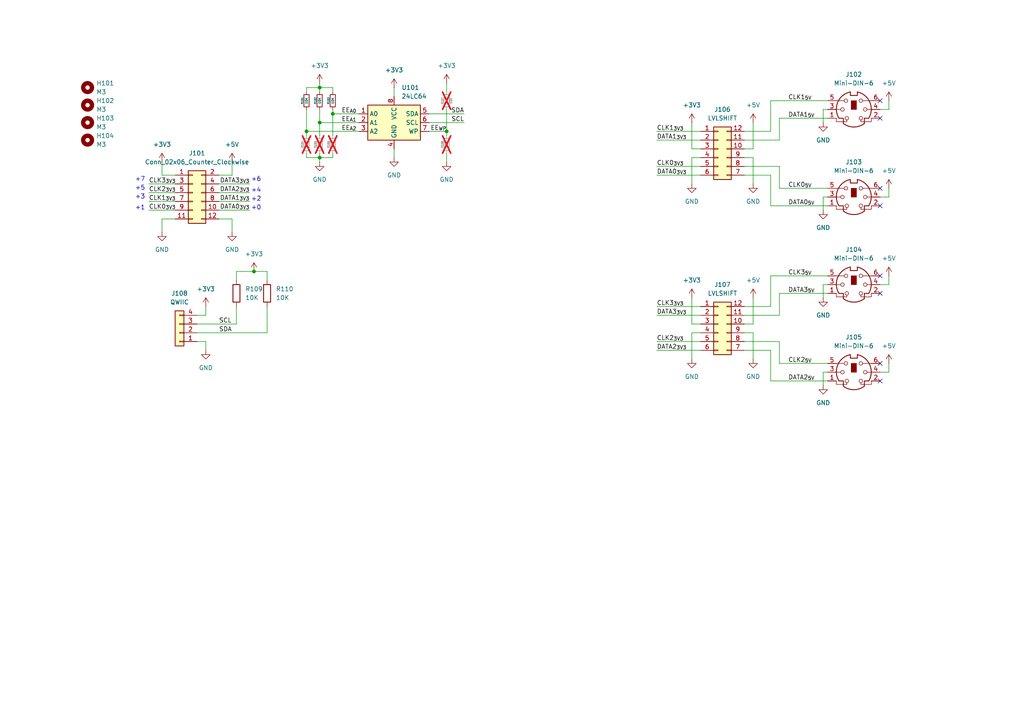
<source format=kicad_sch>
(kicad_sch (version 20250114) (generator "eeschema") (generator_version "9.0")
  (paper "A4")
  (lib_symbols
    (symbol "Connector:Mini-DIN-6" (pin_names (offset 1.016))
      (property "Reference" "J" (at 0 6.35 0))
      (property "Value" "Mini-DIN-6" (at 0 -6.35 0))
      (symbol "Mini-DIN-6_0_1"
        (polyline (pts (xy -4.318 -2.54) (xy -3.048 -2.54) (xy -3.048 -4.064)) (stroke (width 0.254)))
        (polyline (pts (xy -3.81 0) (xy -5.08 0)))
        (circle (center -3.302 0) (radius 0.508))
        (polyline (pts (xy -2.54 2.54) (xy -5.08 2.54)))
        (circle (center -2.032 2.54) (radius 0.508))
        (circle (center -2.032 -2.54) (radius 0.508))
        (polyline (pts (xy -2.032 -3.048) (xy -2.032 -3.556) (xy -5.08 -3.556) (xy -5.08 -2.54)))
        (polyline (pts (xy -1.016 5.08) (xy -1.016 4.064) (xy 1.016 4.064) (xy 1.016 5.08)) (stroke (width 0.254)))
        (rectangle (start -0.762 2.54) (end 0.762 0) (fill (type outline)))
        (arc (start 3.048 -4.064) (mid 0 -5.08) (end -3.048 -4.064) (stroke (width 0.254)))
        (arc (start 1.016 5.08) (mid 4.6646 2.1356) (end 4.318 -2.54) (stroke (width 0.254)))
        (arc (start -4.318 -2.54) (mid -4.6241 2.1181) (end -1.016 5.08) (stroke (width 0.254)))
        (circle (center 2.032 -2.54) (radius 0.508))
        (polyline (pts (xy 2.032 -3.048) (xy 2.032 -3.556) (xy 5.08 -3.556) (xy 5.08 -2.54)))
        (circle (center 2.286 2.54) (radius 0.508))
        (polyline (pts (xy 2.794 2.54) (xy 5.08 2.54)))
        (circle (center 3.302 0) (radius 0.508))
        (polyline (pts (xy 4.318 -2.54) (xy 3.048 -2.54) (xy 3.048 -4.064)) (stroke (width 0.254)))
        (polyline (pts (xy 5.08 0) (xy 3.81 0)))
      )
      (symbol "Mini-DIN-6_1_1"
        (pin passive line (at -7.62 2.54 0) (length 2.54) (name "~") (number "6"))
        (pin passive line (at -7.62 0 0) (length 2.54) (name "~") (number "4"))
        (pin passive line (at -7.62 -2.54 0) (length 2.54) (name "~") (number "2"))
        (pin passive line (at 7.62 2.54 180) (length 2.54) (name "~") (number "5"))
        (pin passive line (at 7.62 0 180) (length 2.54) (name "~") (number "3"))
        (pin passive line (at 7.62 -2.54 180) (length 2.54) (name "~") (number "1"))
      )
    )
    (symbol "Connector_Generic:Conn_01x04" (pin_names (offset 1.016) (hide yes))
      (property "Reference" "J" (at 0 5.08 0))
      (property "Value" "Conn_01x04" (at 0 -7.62 0))
      (symbol "Conn_01x04_1_1"
        (rectangle (start -1.27 3.81) (end 1.27 -6.35) (stroke (width 0.254)) (fill (type background)))
        (rectangle (start -1.27 2.667) (end 0 2.413) (stroke (width 0.1524)))
        (rectangle (start -1.27 0.127) (end 0 -0.127) (stroke (width 0.1524)))
        (rectangle (start -1.27 -2.413) (end 0 -2.667) (stroke (width 0.1524)))
        (rectangle (start -1.27 -4.953) (end 0 -5.207) (stroke (width 0.1524)))
        (pin passive line (at -5.08 2.54 0) (length 3.81) (name "Pin_1") (number "1"))
        (pin passive line (at -5.08 0 0) (length 3.81) (name "Pin_2") (number "2"))
        (pin passive line (at -5.08 -2.54 0) (length 3.81) (name "Pin_3") (number "3"))
        (pin passive line (at -5.08 -5.08 0) (length 3.81) (name "Pin_4") (number "4"))
      )
    )
    (symbol "Connector_Generic:Conn_02x06_Counter_Clockwise" (pin_names (offset 1.016) (hide yes))
      (property "Reference" "J" (at 1.27 7.62 0))
      (property "Value" "Conn_02x06_Counter_Clockwise" (at 1.27 -10.16 0))
      (symbol "Conn_02x06_Counter_Clockwise_1_1"
        (rectangle (start -1.27 6.35) (end 3.81 -8.89) (stroke (width 0.254)) (fill (type background)))
        (rectangle (start -1.27 5.207) (end 0 4.953) (stroke (width 0.1524)))
        (rectangle (start -1.27 2.667) (end 0 2.413) (stroke (width 0.1524)))
        (rectangle (start -1.27 0.127) (end 0 -0.127) (stroke (width 0.1524)))
        (rectangle (start -1.27 -2.413) (end 0 -2.667) (stroke (width 0.1524)))
        (rectangle (start -1.27 -4.953) (end 0 -5.207) (stroke (width 0.1524)))
        (rectangle (start -1.27 -7.493) (end 0 -7.747) (stroke (width 0.1524)))
        (rectangle (start 3.81 5.207) (end 2.54 4.953) (stroke (width 0.1524)))
        (rectangle (start 3.81 2.667) (end 2.54 2.413) (stroke (width 0.1524)))
        (rectangle (start 3.81 0.127) (end 2.54 -0.127) (stroke (width 0.1524)))
        (rectangle (start 3.81 -2.413) (end 2.54 -2.667) (stroke (width 0.1524)))
        (rectangle (start 3.81 -4.953) (end 2.54 -5.207) (stroke (width 0.1524)))
        (rectangle (start 3.81 -7.493) (end 2.54 -7.747) (stroke (width 0.1524)))
        (pin passive line (at -5.08 5.08 0) (length 3.81) (name "Pin_1") (number "1"))
        (pin passive line (at -5.08 2.54 0) (length 3.81) (name "Pin_2") (number "2"))
        (pin passive line (at -5.08 0 0) (length 3.81) (name "Pin_3") (number "3"))
        (pin passive line (at -5.08 -2.54 0) (length 3.81) (name "Pin_4") (number "4"))
        (pin passive line (at -5.08 -5.08 0) (length 3.81) (name "Pin_5") (number "5"))
        (pin passive line (at -5.08 -7.62 0) (length 3.81) (name "Pin_6") (number "6"))
        (pin passive line (at 7.62 5.08 180) (length 3.81) (name "Pin_12") (number "12"))
        (pin passive line (at 7.62 2.54 180) (length 3.81) (name "Pin_11") (number "11"))
        (pin passive line (at 7.62 0 180) (length 3.81) (name "Pin_10") (number "10"))
        (pin passive line (at 7.62 -2.54 180) (length 3.81) (name "Pin_9") (number "9"))
        (pin passive line (at 7.62 -5.08 180) (length 3.81) (name "Pin_8") (number "8"))
        (pin passive line (at 7.62 -7.62 180) (length 3.81) (name "Pin_7") (number "7"))
      )
    )
    (symbol "Connector_Generic:Conn_02x06_Odd_Even" (pin_names (offset 1.016) (hide yes))
      (property "Reference" "J" (at 1.27 7.62 0))
      (property "Value" "Conn_02x06_Odd_Even" (at 1.27 -10.16 0))
      (symbol "Conn_02x06_Odd_Even_1_1"
        (rectangle (start -1.27 6.35) (end 3.81 -8.89) (stroke (width 0.254)) (fill (type background)))
        (rectangle (start -1.27 5.207) (end 0 4.953) (stroke (width 0.1524)))
        (rectangle (start -1.27 2.667) (end 0 2.413) (stroke (width 0.1524)))
        (rectangle (start -1.27 0.127) (end 0 -0.127) (stroke (width 0.1524)))
        (rectangle (start -1.27 -2.413) (end 0 -2.667) (stroke (width 0.1524)))
        (rectangle (start -1.27 -4.953) (end 0 -5.207) (stroke (width 0.1524)))
        (rectangle (start -1.27 -7.493) (end 0 -7.747) (stroke (width 0.1524)))
        (rectangle (start 3.81 5.207) (end 2.54 4.953) (stroke (width 0.1524)))
        (rectangle (start 3.81 2.667) (end 2.54 2.413) (stroke (width 0.1524)))
        (rectangle (start 3.81 0.127) (end 2.54 -0.127) (stroke (width 0.1524)))
        (rectangle (start 3.81 -2.413) (end 2.54 -2.667) (stroke (width 0.1524)))
        (rectangle (start 3.81 -4.953) (end 2.54 -5.207) (stroke (width 0.1524)))
        (rectangle (start 3.81 -7.493) (end 2.54 -7.747) (stroke (width 0.1524)))
        (pin passive line (at -5.08 5.08 0) (length 3.81) (name "Pin_1") (number "1"))
        (pin passive line (at -5.08 2.54 0) (length 3.81) (name "Pin_3") (number "3"))
        (pin passive line (at -5.08 0 0) (length 3.81) (name "Pin_5") (number "5"))
        (pin passive line (at -5.08 -2.54 0) (length 3.81) (name "Pin_7") (number "7"))
        (pin passive line (at -5.08 -5.08 0) (length 3.81) (name "Pin_9") (number "9"))
        (pin passive line (at -5.08 -7.62 0) (length 3.81) (name "Pin_11") (number "11"))
        (pin passive line (at 7.62 5.08 180) (length 3.81) (name "Pin_2") (number "2"))
        (pin passive line (at 7.62 2.54 180) (length 3.81) (name "Pin_4") (number "4"))
        (pin passive line (at 7.62 0 180) (length 3.81) (name "Pin_6") (number "6"))
        (pin passive line (at 7.62 -2.54 180) (length 3.81) (name "Pin_8") (number "8"))
        (pin passive line (at 7.62 -5.08 180) (length 3.81) (name "Pin_10") (number "10"))
        (pin passive line (at 7.62 -7.62 180) (length 3.81) (name "Pin_12") (number "12"))
      )
    )
    (symbol "Device:R" (pin_numbers (hide yes)) (pin_names (offset 0))
      (property "Reference" "R" (at 2.032 0 90))
      (property "Value" "R" (at 0 0 90))
      (symbol "R_0_1"
        (rectangle (start -1.016 -2.54) (end 1.016 2.54) (stroke (width 0.254)))
      )
      (symbol "R_1_1"
        (pin passive line (at 0 3.81 270) (length 1.27) (name "~") (number "1"))
        (pin passive line (at 0 -3.81 90) (length 1.27) (name "~") (number "2"))
      )
    )
    (symbol "Device:R_Small" (pin_numbers (hide yes)) (pin_names (offset 0.254) (hide yes))
      (property "Reference" "R" (at 0 0 90))
      (property "Value" "R_Small" (at 1.778 0 90))
      (symbol "R_Small_0_1"
        (rectangle (start -0.762 1.778) (end 0.762 -1.778) (stroke (width 0.2032)))
      )
      (symbol "R_Small_1_1"
        (pin passive line (at 0 2.54 270) (length 0.762) (name "~") (number "1"))
        (pin passive line (at 0 -2.54 90) (length 0.762) (name "~") (number "2"))
      )
    )
    (symbol "Mechanical:MountingHole" (pin_names (offset 1.016)) (in_bom no)
      (property "Reference" "H" (at 0 5.08 0))
      (property "Value" "MountingHole" (at 0 3.175 0))
      (symbol "MountingHole_0_1"
        (circle (center 0 0) (radius 1.27) (stroke (width 1.27)))
      )
    )
    (symbol "Memory_EEPROM:24LC64"
      (property "Reference" "U" (at -6.35 6.35 0))
      (property "Value" "24LC64" (at 1.27 6.35 0))
      (symbol "24LC64_1_1"
        (rectangle (start -7.62 5.08) (end 7.62 -5.08) (stroke (width 0.254)) (fill (type background)))
        (pin input line (at -10.16 2.54 0) (length 2.54) (name "A0") (number "1"))
        (pin input line (at -10.16 0 0) (length 2.54) (name "A1") (number "2"))
        (pin input line (at -10.16 -2.54 0) (length 2.54) (name "A2") (number "3"))
        (pin power_in line (at 0 7.62 270) (length 2.54) (name "VCC") (number "8"))
        (pin power_in line (at 0 -7.62 90) (length 2.54) (name "GND") (number "4"))
        (pin bidirectional line (at 10.16 2.54 180) (length 2.54) (name "SDA") (number "5"))
        (pin input line (at 10.16 0 180) (length 2.54) (name "SCL") (number "6"))
        (pin input line (at 10.16 -2.54 180) (length 2.54) (name "WP") (number "7"))
      )
    )
    (symbol "power:+3V3" (power) (pin_numbers (hide yes)) (pin_names (offset 0) (hide yes))
      (property "Value" "+3V3" (at 0 3.556 0))
      (symbol "+3V3_0_1"
        (polyline (pts (xy -0.762 1.27) (xy 0 2.54)))
        (polyline (pts (xy 0 2.54) (xy 0.762 1.27)))
        (polyline (pts (xy 0 0) (xy 0 2.54)))
      )
      (symbol "+3V3_1_1"
        (pin power_in line (at 0 0 90) (length 0) (name "~") (number "1"))
      )
    )
    (symbol "power:+5V" (power) (pin_numbers (hide yes)) (pin_names (offset 0) (hide yes))
      (property "Value" "+5V" (at 0 3.556 0))
      (symbol "+5V_0_1"
        (polyline (pts (xy -0.762 1.27) (xy 0 2.54)))
        (polyline (pts (xy 0 2.54) (xy 0.762 1.27)))
        (polyline (pts (xy 0 0) (xy 0 2.54)))
      )
      (symbol "+5V_1_1"
        (pin power_in line (at 0 0 90) (length 0) (name "~") (number "1"))
      )
    )
    (symbol "power:GND" (power) (pin_numbers (hide yes)) (pin_names (offset 0) (hide yes))
      (property "Value" "GND" (at 0 -3.81 0))
      (symbol "GND_0_1"
        (polyline (pts (xy 0 0) (xy 0 -1.27) (xy 1.27 -1.27) (xy 0 -2.54) (xy -1.27 -1.27) (xy 0 -1.27)))
      )
      (symbol "GND_1_1"
        (pin power_in line (at 0 0 270) (length 0) (name "~") (number "1"))
      )
    )
  )
  (text "+1" (at 40.64 60.325 0) (effects (font (size 1.27 1.27))))
  (text "+3" (at 40.64 57.15 0) (effects (font (size 1.27 1.27))))
  (text "+0" (at 74.295 60.325 0) (effects (font (size 1.27 1.27))))
  (text "+5" (at 40.64 54.61 0) (effects (font (size 1.27 1.27))))
  (text "+7" (at 40.64 52.07 0) (effects (font (size 1.27 1.27))))
  (text "+6" (at 74.295 52.07 0) (effects (font (size 1.27 1.27))))
  (text "+4" (at 74.295 55.245 0) (effects (font (size 1.27 1.27))))
  (text "+2" (at 74.295 57.785 0) (effects (font (size 1.27 1.27))))
  (junction (at 88.9 38.1))
  (junction (at 92.71 35.56))
  (junction (at 96.52 33.02))
  (junction (at 92.71 25.4))
  (junction (at 73.66 78.74))
  (junction (at 129.54 38.1))
  (junction (at 92.71 45.72))
  (no_connect (at 255.27 80.01))
  (no_connect (at 255.27 54.61))
  (no_connect (at 255.27 59.69))
  (no_connect (at 255.27 34.29))
  (no_connect (at 255.27 105.41))
  (no_connect (at 255.27 110.49))
  (no_connect (at 255.27 85.09))
  (no_connect (at 255.27 29.21))
  (wire (pts (xy 240.03 57.15) (xy 238.76 57.15)))
  (wire (pts (xy 215.9 88.9) (xy 223.52 88.9)))
  (wire (pts (xy 92.71 25.4) (xy 92.71 26.67)))
  (wire (pts (xy 129.54 24.13) (xy 129.54 26.67)))
  (wire (pts (xy 50.8 63.5) (xy 46.99 63.5)))
  (wire (pts (xy 257.81 54.61) (xy 257.81 57.15)))
  (wire (pts (xy 92.71 45.72) (xy 96.52 45.72)))
  (wire (pts (xy 129.54 31.75) (xy 129.54 38.1)))
  (wire (pts (xy 215.9 45.72) (xy 218.44 45.72)))
  (wire (pts (xy 240.03 31.75) (xy 238.76 31.75)))
  (wire (pts (xy 50.8 50.8) (xy 46.99 50.8)))
  (wire (pts (xy 223.52 110.49) (xy 240.03 110.49)))
  (wire (pts (xy 200.66 35.56) (xy 200.66 43.18)))
  (wire (pts (xy 226.06 48.26) (xy 226.06 54.61)))
  (wire (pts (xy 63.5 53.34) (xy 72.39 53.34)))
  (wire (pts (xy 124.46 35.56) (xy 134.62 35.56)))
  (wire (pts (xy 92.71 24.13) (xy 92.71 25.4)))
  (wire (pts (xy 215.9 43.18) (xy 218.44 43.18)))
  (wire (pts (xy 215.9 101.6) (xy 223.52 101.6)))
  (wire (pts (xy 218.44 96.52) (xy 218.44 104.14)))
  (wire (pts (xy 200.66 86.36) (xy 200.66 93.98)))
  (wire (pts (xy 96.52 45.72) (xy 96.52 44.45)))
  (wire (pts (xy 104.14 38.1) (xy 88.9 38.1)))
  (wire (pts (xy 203.2 43.18) (xy 200.66 43.18)))
  (wire (pts (xy 215.9 48.26) (xy 226.06 48.26)))
  (wire (pts (xy 96.52 33.02) (xy 96.52 39.37)))
  (wire (pts (xy 73.66 78.74) (xy 68.58 78.74)))
  (wire (pts (xy 57.15 93.98) (xy 68.58 93.98)))
  (wire (pts (xy 96.52 31.75) (xy 96.52 33.02)))
  (wire (pts (xy 240.03 82.55) (xy 238.76 82.55)))
  (wire (pts (xy 104.14 33.02) (xy 96.52 33.02)))
  (wire (pts (xy 114.3 43.18) (xy 114.3 45.72)))
  (wire (pts (xy 190.5 99.06) (xy 203.2 99.06)))
  (wire (pts (xy 203.2 96.52) (xy 200.66 96.52)))
  (wire (pts (xy 240.03 107.95) (xy 238.76 107.95)))
  (wire (pts (xy 255.27 31.75) (xy 257.81 31.75)))
  (wire (pts (xy 203.2 45.72) (xy 200.66 45.72)))
  (wire (pts (xy 88.9 26.67) (xy 88.9 25.4)))
  (wire (pts (xy 223.52 29.21) (xy 240.03 29.21)))
  (wire (pts (xy 104.14 35.56) (xy 92.71 35.56)))
  (wire (pts (xy 57.15 99.06) (xy 59.69 99.06)))
  (wire (pts (xy 226.06 54.61) (xy 240.03 54.61)))
  (wire (pts (xy 190.5 88.9) (xy 203.2 88.9)))
  (wire (pts (xy 57.15 91.44) (xy 59.69 91.44)))
  (wire (pts (xy 190.5 91.44) (xy 203.2 91.44)))
  (wire (pts (xy 68.58 78.74) (xy 68.58 81.28)))
  (wire (pts (xy 238.76 31.75) (xy 238.76 35.56)))
  (wire (pts (xy 226.06 40.64) (xy 215.9 40.64)))
  (wire (pts (xy 96.52 25.4) (xy 96.52 26.67)))
  (wire (pts (xy 238.76 107.95) (xy 238.76 111.76)))
  (wire (pts (xy 92.71 44.45) (xy 92.71 45.72)))
  (wire (pts (xy 255.27 107.95) (xy 257.81 107.95)))
  (wire (pts (xy 46.99 63.5) (xy 46.99 67.31)))
  (wire (pts (xy 124.46 33.02) (xy 134.62 33.02)))
  (wire (pts (xy 63.5 50.8) (xy 67.31 50.8)))
  (wire (pts (xy 88.9 44.45) (xy 88.9 45.72)))
  (wire (pts (xy 226.06 85.09) (xy 226.06 91.44)))
  (wire (pts (xy 92.71 45.72) (xy 92.71 46.99)))
  (wire (pts (xy 255.27 82.55) (xy 257.81 82.55)))
  (wire (pts (xy 215.9 99.06) (xy 226.06 99.06)))
  (wire (pts (xy 114.3 25.4) (xy 114.3 27.94)))
  (wire (pts (xy 255.27 57.15) (xy 257.81 57.15)))
  (wire (pts (xy 190.5 101.6) (xy 203.2 101.6)))
  (wire (pts (xy 238.76 57.15) (xy 238.76 60.96)))
  (wire (pts (xy 63.5 55.88) (xy 72.39 55.88)))
  (wire (pts (xy 129.54 44.45) (xy 129.54 46.99)))
  (wire (pts (xy 88.9 38.1) (xy 88.9 39.37)))
  (wire (pts (xy 63.5 60.96) (xy 72.39 60.96)))
  (wire (pts (xy 200.66 45.72) (xy 200.66 53.34)))
  (wire (pts (xy 215.9 50.8) (xy 223.52 50.8)))
  (wire (pts (xy 223.52 38.1) (xy 223.52 29.21)))
  (wire (pts (xy 215.9 93.98) (xy 218.44 93.98)))
  (wire (pts (xy 226.06 34.29) (xy 240.03 34.29)))
  (wire (pts (xy 67.31 63.5) (xy 67.31 67.31)))
  (wire (pts (xy 43.18 53.34) (xy 50.8 53.34)))
  (wire (pts (xy 226.06 85.09) (xy 240.03 85.09)))
  (wire (pts (xy 124.46 38.1) (xy 129.54 38.1)))
  (wire (pts (xy 215.9 96.52) (xy 218.44 96.52)))
  (wire (pts (xy 43.18 60.96) (xy 50.8 60.96)))
  (wire (pts (xy 88.9 38.1) (xy 88.9 31.75)))
  (wire (pts (xy 215.9 38.1) (xy 223.52 38.1)))
  (wire (pts (xy 43.18 55.88) (xy 50.8 55.88)))
  (wire (pts (xy 190.5 40.64) (xy 203.2 40.64)))
  (wire (pts (xy 218.44 86.36) (xy 218.44 93.98)))
  (wire (pts (xy 73.66 78.74) (xy 77.47 78.74)))
  (wire (pts (xy 88.9 45.72) (xy 92.71 45.72)))
  (wire (pts (xy 226.06 34.29) (xy 226.06 40.64)))
  (wire (pts (xy 77.47 96.52) (xy 77.47 88.9)))
  (wire (pts (xy 223.52 101.6) (xy 223.52 110.49)))
  (wire (pts (xy 190.5 50.8) (xy 203.2 50.8)))
  (wire (pts (xy 257.81 29.21) (xy 257.81 31.75)))
  (wire (pts (xy 59.69 88.9) (xy 59.69 91.44)))
  (wire (pts (xy 190.5 38.1) (xy 203.2 38.1)))
  (wire (pts (xy 200.66 96.52) (xy 200.66 104.14)))
  (wire (pts (xy 92.71 25.4) (xy 96.52 25.4)))
  (wire (pts (xy 223.52 88.9) (xy 223.52 80.01)))
  (wire (pts (xy 92.71 35.56) (xy 92.71 39.37)))
  (wire (pts (xy 226.06 99.06) (xy 226.06 105.41)))
  (wire (pts (xy 63.5 63.5) (xy 67.31 63.5)))
  (wire (pts (xy 59.69 99.06) (xy 59.69 101.6)))
  (wire (pts (xy 218.44 35.56) (xy 218.44 43.18)))
  (wire (pts (xy 77.47 78.74) (xy 77.47 81.28)))
  (wire (pts (xy 63.5 58.42) (xy 72.39 58.42)))
  (wire (pts (xy 88.9 25.4) (xy 92.71 25.4)))
  (wire (pts (xy 223.52 80.01) (xy 240.03 80.01)))
  (wire (pts (xy 92.71 35.56) (xy 92.71 31.75)))
  (wire (pts (xy 46.99 46.99) (xy 46.99 50.8)))
  (wire (pts (xy 129.54 38.1) (xy 129.54 39.37)))
  (wire (pts (xy 43.18 58.42) (xy 50.8 58.42)))
  (wire (pts (xy 218.44 45.72) (xy 218.44 53.34)))
  (wire (pts (xy 257.81 105.41) (xy 257.81 107.95)))
  (wire (pts (xy 238.76 82.55) (xy 238.76 86.36)))
  (wire (pts (xy 257.81 80.01) (xy 257.81 82.55)))
  (wire (pts (xy 226.06 91.44) (xy 215.9 91.44)))
  (wire (pts (xy 203.2 93.98) (xy 200.66 93.98)))
  (wire (pts (xy 223.52 59.69) (xy 240.03 59.69)))
  (wire (pts (xy 57.15 96.52) (xy 77.47 96.52)))
  (wire (pts (xy 223.52 50.8) (xy 223.52 59.69)))
  (wire (pts (xy 68.58 88.9) (xy 68.58 93.98)))
  (wire (pts (xy 226.06 105.41) (xy 240.03 105.41)))
  (wire (pts (xy 67.31 46.99) (xy 67.31 50.8)))
  (wire (pts (xy 190.5 48.26) (xy 203.2 48.26)))
  (label "SDA" (at 63.5 96.52 0))
  (label "CLK2_{5V}" (at 228.6 105.41 0))
  (label "CLK3_{3V3}" (at 43.18 53.34 0))
  (label "CLK2_{3V3}" (at 190.5 99.06 0))
  (label "SCL" (at 63.5 93.98 0))
  (label "DATA3_{3V3}" (at 72.39 53.34 180))
  (label "DATA0_{3V3}" (at 190.5 50.8 0))
  (label "EE_{A2}" (at 99.06 38.1 0))
  (label "DATA2_{5V}" (at 228.6 110.49 0))
  (label "CLK1_{3V3}" (at 190.5 38.1 0))
  (label "SCL" (at 134.62 35.56 180))
  (label "DATA3_{3V3}" (at 190.5 91.44 0))
  (label "CLK1_{5V}" (at 228.6 29.21 0))
  (label "DATA2_{3V3}" (at 190.5 101.6 0))
  (label "DATA1_{5V}" (at 228.6 34.29 0))
  (label "SDA" (at 134.62 33.02 180))
  (label "CLK2_{3V3}" (at 43.18 55.88 0))
  (label "DATA0_{5V}" (at 228.6 59.69 0))
  (label "EE_{A0}" (at 99.06 33.02 0))
  (label "CLK1_{3V3}" (at 43.18 58.42 0))
  (label "CLK0_{5V}" (at 228.6 54.61 0))
  (label "DATA1_{3V3}" (at 72.39 58.42 180))
  (label "CLK3_{3V3}" (at 190.5 88.9 0))
  (label "DATA1_{3V3}" (at 190.5 40.64 0))
  (label "DATA2_{3V3}" (at 72.39 55.88 180))
  (label "DATA0_{3V3}" (at 72.39 60.96 180))
  (label "CLK3_{5V}" (at 228.6 80.01 0))
  (label "CLK0_{3V3}" (at 43.18 60.96 0))
  (label "EE_{A1}" (at 99.06 35.56 0))
  (label "CLK0_{3V3}" (at 190.5 48.26 0))
  (label "EE_{WP}" (at 129.54 38.1 180))
  (label "DATA3_{5V}" (at 228.6 85.09 0))
  (symbol (lib_id "power:+5V") (at 218.44 86.36 0) (unit 1)
    (property "Reference" "#PWR0126" (effects (hide yes)))
    (property "Value" "+5V" (at 218.44 81.28 0))
    (property "Description" "Power symbol creates a global label with name \"+5V\"" (effects (hide yes)))
  )
  (symbol (lib_id "Device:R_Small") (at 92.71 29.21 0) (unit 1)
    (property "Reference" "R102" (at 91.44 29.21 90) (effects (font (size 0.508 0.508))))
    (property "Value" "10K" (at 92.71 29.21 90) (effects (font (size 0.635 0.635))))
    (property "Footprint" "Resistor_SMD:R_0603_1608Metric_Pad0.98x0.95mm_HandSolder" (effects (hide yes)))
    (property "Description" "Resistor, small symbol" (effects (hide yes)))
  )
  (symbol (lib_id "power:+5V") (at 67.31 46.99 0) (unit 1)
    (property "Reference" "#PWR0104" (effects (hide yes)))
    (property "Value" "+5V" (at 67.31 41.91 0))
    (property "Description" "Power symbol creates a global label with name \"+5V\"" (effects (hide yes)))
  )
  (symbol (lib_id "power:+3V3") (at 46.99 46.99 0) (unit 1)
    (property "Reference" "#PWR0103" (effects (hide yes)))
    (property "Value" "+3V3" (at 46.99 41.91 0))
    (property "Description" "Power symbol creates a global label with name \"+3V3\"" (effects (hide yes)))
  )
  (symbol (lib_id "Mechanical:MountingHole") (at 25.4 25.4 0) (unit 1) (in_bom no)
    (property "Reference" "H101" (at 27.94 24.1299 0) (effects (justify left)))
    (property "Value" "M3" (at 27.94 26.6699 0) (effects (justify left)))
    (property "Footprint" "MountingHole:MountingHole_3.2mm_M3_ISO7380" (effects (hide yes)))
    (property "Description" "Mounting Hole without connection" (effects (hide yes)))
  )
  (symbol (lib_id "Connector:Mini-DIN-6") (at 247.65 57.15 0) (mirror y) (unit 1)
    (property "Reference" "J103" (at 247.6323 46.99 0))
    (property "Value" "Mini-DIN-6" (at 247.6323 49.53 0))
    (property "Footprint" "Footprints:J_Mini-DIN-6" (effects (hide yes)))
    (property "Datasheet" "http://service.powerdynamics.com/ec/Catalog17/Section%2011.pdf" (effects (hide yes)))
    (property "Description" "6-pin Mini-DIN connector" (effects (hide yes)))
  )
  (symbol (lib_id "Device:R_Small") (at 96.52 41.91 0) (unit 1) (dnp yes)
    (property "Reference" "R106" (at 95.25 41.91 90) (effects (font (size 0.508 0.508))))
    (property "Value" "10K" (at 96.52 41.91 90) (effects (font (size 0.635 0.635))))
    (property "Footprint" "Resistor_SMD:R_0603_1608Metric_Pad0.98x0.95mm_HandSolder" (effects (hide yes)))
    (property "Description" "Resistor, small symbol" (effects (hide yes)))
  )
  (symbol (lib_id "Device:R_Small") (at 129.54 29.21 0) (unit 1) (dnp yes)
    (property "Reference" "R107" (at 128.27 29.21 90) (effects (font (size 0.508 0.508))))
    (property "Value" "10K" (at 130.81 29.21 90) (effects (font (size 0.635 0.635))))
    (property "Footprint" "Resistor_SMD:R_0603_1608Metric_Pad0.98x0.95mm_HandSolder" (effects (hide yes)))
    (property "Description" "Resistor, small symbol" (effects (hide yes)))
  )
  (symbol (lib_id "Connector_Generic:Conn_02x06_Counter_Clockwise") (at 208.28 43.18 0) (unit 1)
    (property "Reference" "J106" (at 209.55 31.75 0))
    (property "Value" "LVLSHIFT" (at 209.55 34.29 0))
    (property "Footprint" "Package_DIP:DIP-12_W10.16mm" (effects (hide yes)))
    (property "Description" "Generic connector, double row, 02x06, counter clockwise pin numbering scheme (similar to DIP package numbering), script generated (kicad-library-utils/schlib/autogen/connector/)" (effects (hide yes)))
  )
  (symbol (lib_id "power:GND") (at 238.76 60.96 0) (mirror y) (unit 1)
    (property "Reference" "#PWR0114" (effects (hide yes)))
    (property "Value" "GND" (at 238.76 66.04 0))
    (property "Description" "Power symbol creates a global label with name \"GND\" , ground" (effects (hide yes)))
  )
  (symbol (lib_id "power:+5V") (at 257.81 105.41 0) (mirror y) (unit 1)
    (property "Reference" "#PWR0119" (effects (hide yes)))
    (property "Value" "+5V" (at 257.81 100.33 0))
    (property "Description" "Power symbol creates a global label with name \"+5V\"" (effects (hide yes)))
  )
  (symbol (lib_id "Connector_Generic:Conn_02x06_Odd_Even") (at 55.88 55.88 0) (unit 1)
    (property "Reference" "J101" (at 57.15 44.45 0))
    (property "Value" "Conn_02x06_Counter_Clockwise" (at 57.15 46.99 0))
    (property "Footprint" "Connector_PinHeader_2.54mm:PinHeader_2x06_P2.54mm_Vertical" (effects (hide yes)))
    (property "Description" "Generic connector, double row, 02x06, odd/even pin numbering scheme (row 1 odd numbers, row 2 even numbers), script generated (kicad-library-utils/schlib/autogen/connector/)" (effects (hide yes)))
  )
  (symbol (lib_id "power:GND") (at 238.76 35.56 0) (mirror y) (unit 1)
    (property "Reference" "#PWR0112" (effects (hide yes)))
    (property "Value" "GND" (at 238.76 40.64 0))
    (property "Description" "Power symbol creates a global label with name \"GND\" , ground" (effects (hide yes)))
  )
  (symbol (lib_id "Device:R_Small") (at 129.54 41.91 0) (unit 1) (dnp yes)
    (property "Reference" "R108" (at 128.27 41.91 90) (effects (font (size 0.508 0.508))))
    (property "Value" "10K" (at 129.54 41.91 90) (effects (font (size 0.635 0.635))))
    (property "Footprint" "Resistor_SMD:R_0603_1608Metric_Pad0.98x0.95mm_HandSolder" (effects (hide yes)))
    (property "Description" "Resistor, small symbol" (effects (hide yes)))
  )
  (symbol (lib_id "power:GND") (at 218.44 53.34 0) (mirror y) (unit 1)
    (property "Reference" "#PWR0120" (effects (hide yes)))
    (property "Value" "GND" (at 218.44 58.42 0))
    (property "Description" "Power symbol creates a global label with name \"GND\" , ground" (effects (hide yes)))
  )
  (symbol (lib_id "power:+3V3") (at 129.54 24.13 0) (unit 1)
    (property "Reference" "#PWR0109" (effects (hide yes)))
    (property "Value" "+3V3" (at 129.54 19.05 0))
    (property "Description" "Power symbol creates a global label with name \"+3V3\"" (effects (hide yes)))
  )
  (symbol (lib_id "Device:R_Small") (at 96.52 29.21 0) (unit 1)
    (property "Reference" "R103" (at 95.25 29.21 90) (effects (font (size 0.508 0.508))))
    (property "Value" "10K" (at 96.52 29.21 90) (effects (font (size 0.635 0.635))))
    (property "Footprint" "Resistor_SMD:R_0603_1608Metric_Pad0.98x0.95mm_HandSolder" (effects (hide yes)))
    (property "Description" "Resistor, small symbol" (effects (hide yes)))
  )
  (symbol (lib_id "power:GND") (at 218.44 104.14 0) (mirror y) (unit 1)
    (property "Reference" "#PWR0127" (effects (hide yes)))
    (property "Value" "GND" (at 218.44 109.22 0))
    (property "Description" "Power symbol creates a global label with name \"GND\" , ground" (effects (hide yes)))
  )
  (symbol (lib_id "power:GND") (at 238.76 86.36 0) (mirror y) (unit 1)
    (property "Reference" "#PWR0116" (effects (hide yes)))
    (property "Value" "GND" (at 238.76 91.44 0))
    (property "Description" "Power symbol creates a global label with name \"GND\" , ground" (effects (hide yes)))
  )
  (symbol (lib_id "power:GND") (at 92.71 46.99 0) (unit 1)
    (property "Reference" "#PWR0108" (effects (hide yes)))
    (property "Value" "GND" (at 92.71 52.07 0))
    (property "Description" "Power symbol creates a global label with name \"GND\" , ground" (effects (hide yes)))
  )
  (symbol (lib_id "Device:R_Small") (at 88.9 41.91 0) (unit 1) (dnp yes)
    (property "Reference" "R104" (at 87.63 41.91 90) (effects (font (size 0.508 0.508))))
    (property "Value" "10K" (at 88.9 41.91 90) (effects (font (size 0.635 0.635))))
    (property "Footprint" "Resistor_SMD:R_0603_1608Metric_Pad0.98x0.95mm_HandSolder" (effects (hide yes)))
    (property "Description" "Resistor, small symbol" (effects (hide yes)))
  )
  (symbol (lib_id "power:GND") (at 67.31 67.31 0) (unit 1)
    (property "Reference" "#PWR0102" (effects (hide yes)))
    (property "Value" "GND" (at 67.31 72.39 0))
    (property "Description" "Power symbol creates a global label with name \"GND\" , ground" (effects (hide yes)))
  )
  (symbol (lib_id "Mechanical:MountingHole") (at 25.4 35.56 0) (unit 1) (in_bom no)
    (property "Reference" "H103" (at 27.94 34.2899 0) (effects (justify left)))
    (property "Value" "M3" (at 27.94 36.8299 0) (effects (justify left)))
    (property "Footprint" "MountingHole:MountingHole_3.2mm_M3_ISO7380" (effects (hide yes)))
    (property "Description" "Mounting Hole without connection" (effects (hide yes)))
  )
  (symbol (lib_id "Connector:Mini-DIN-6") (at 247.65 107.95 0) (mirror y) (unit 1)
    (property "Reference" "J105" (at 247.6323 97.79 0))
    (property "Value" "Mini-DIN-6" (at 247.6323 100.33 0))
    (property "Footprint" "Footprints:J_Mini-DIN-6" (effects (hide yes)))
    (property "Datasheet" "http://service.powerdynamics.com/ec/Catalog17/Section%2011.pdf" (effects (hide yes)))
    (property "Description" "6-pin Mini-DIN connector" (effects (hide yes)))
  )
  (symbol (lib_id "Device:R") (at 77.47 85.09 0) (unit 1)
    (property "Reference" "R110" (at 80.01 83.8199 0) (effects (justify left)))
    (property "Value" "10K" (at 80.01 86.3599 0) (effects (justify left)))
    (property "Footprint" "Resistor_THT:R_Axial_DIN0207_L6.3mm_D2.5mm_P10.16mm_Horizontal" (effects (hide yes)))
    (property "Description" "Resistor" (effects (hide yes)))
  )
  (symbol (lib_id "power:+3V3") (at 73.66 78.74 0) (unit 1)
    (property "Reference" "#PWR0111" (effects (hide yes)))
    (property "Value" "+3V3" (at 73.66 73.66 0))
    (property "Description" "Power symbol creates a global label with name \"+3V3\"" (effects (hide yes)))
  )
  (symbol (lib_id "Connector_Generic:Conn_02x06_Counter_Clockwise") (at 208.28 93.98 0) (unit 1)
    (property "Reference" "J107" (at 209.55 82.55 0))
    (property "Value" "LVLSHIFT" (at 209.55 85.09 0))
    (property "Footprint" "Package_DIP:DIP-12_W10.16mm" (effects (hide yes)))
    (property "Description" "Generic connector, double row, 02x06, counter clockwise pin numbering scheme (similar to DIP package numbering), script generated (kicad-library-utils/schlib/autogen/connector/)" (effects (hide yes)))
  )
  (symbol (lib_id "power:+5V") (at 257.81 80.01 0) (mirror y) (unit 1)
    (property "Reference" "#PWR0117" (effects (hide yes)))
    (property "Value" "+5V" (at 257.81 74.93 0))
    (property "Description" "Power symbol creates a global label with name \"+5V\"" (effects (hide yes)))
  )
  (symbol (lib_id "Device:R") (at 68.58 85.09 0) (unit 1)
    (property "Reference" "R109" (at 71.12 83.8199 0) (effects (justify left)))
    (property "Value" "10K" (at 71.12 86.3599 0) (effects (justify left)))
    (property "Footprint" "Resistor_THT:R_Axial_DIN0207_L6.3mm_D2.5mm_P10.16mm_Horizontal" (effects (hide yes)))
    (property "Description" "Resistor" (effects (hide yes)))
  )
  (symbol (lib_id "Connector_Generic:Conn_01x04") (at 52.07 96.52 180) (unit 1)
    (property "Reference" "J108" (at 52.07 85.09 0))
    (property "Value" "QWIIC" (at 52.07 87.63 0))
    (property "Footprint" "Connector_PinSocket_2.54mm:PinSocket_1x04_P2.54mm_Horizontal" (effects (hide yes)))
    (property "Description" "Generic connector, single row, 01x04, script generated (kicad-library-utils/schlib/autogen/connector/)" (effects (hide yes)))
  )
  (symbol (lib_id "Mechanical:MountingHole") (at 25.4 30.48 0) (unit 1) (in_bom no)
    (property "Reference" "H102" (at 27.94 29.2099 0) (effects (justify left)))
    (property "Value" "M3" (at 27.94 31.7499 0) (effects (justify left)))
    (property "Footprint" "MountingHole:MountingHole_3.2mm_M3_ISO7380" (effects (hide yes)))
    (property "Description" "Mounting Hole without connection" (effects (hide yes)))
  )
  (symbol (lib_id "power:+5V") (at 257.81 29.21 0) (mirror y) (unit 1)
    (property "Reference" "#PWR0113" (effects (hide yes)))
    (property "Value" "+5V" (at 257.81 24.13 0))
    (property "Description" "Power symbol creates a global label with name \"+5V\"" (effects (hide yes)))
  )
  (symbol (lib_id "power:GND") (at 200.66 53.34 0) (mirror y) (unit 1)
    (property "Reference" "#PWR0121" (effects (hide yes)))
    (property "Value" "GND" (at 200.66 58.42 0))
    (property "Description" "Power symbol creates a global label with name \"GND\" , ground" (effects (hide yes)))
  )
  (symbol (lib_id "power:GND") (at 59.69 101.6 0) (unit 1)
    (property "Reference" "#PWR0129" (effects (hide yes)))
    (property "Value" "GND" (at 59.69 106.68 0))
    (property "Description" "Power symbol creates a global label with name \"GND\" , ground" (effects (hide yes)))
  )
  (symbol (lib_id "power:GND") (at 200.66 104.14 0) (mirror y) (unit 1)
    (property "Reference" "#PWR0125" (effects (hide yes)))
    (property "Value" "GND" (at 200.66 109.22 0))
    (property "Description" "Power symbol creates a global label with name \"GND\" , ground" (effects (hide yes)))
  )
  (symbol (lib_id "power:GND") (at 238.76 111.76 0) (mirror y) (unit 1)
    (property "Reference" "#PWR0118" (effects (hide yes)))
    (property "Value" "GND" (at 238.76 116.84 0))
    (property "Description" "Power symbol creates a global label with name \"GND\" , ground" (effects (hide yes)))
  )
  (symbol (lib_id "power:+5V") (at 218.44 35.56 0) (unit 1)
    (property "Reference" "#PWR0123" (effects (hide yes)))
    (property "Value" "+5V" (at 218.44 30.48 0))
    (property "Description" "Power symbol creates a global label with name \"+5V\"" (effects (hide yes)))
  )
  (symbol (lib_id "Device:R_Small") (at 92.71 41.91 0) (unit 1) (dnp yes)
    (property "Reference" "R105" (at 91.44 41.91 90) (effects (font (size 0.508 0.508))))
    (property "Value" "10K" (at 92.71 41.91 90) (effects (font (size 0.635 0.635))))
    (property "Footprint" "Resistor_SMD:R_0603_1608Metric_Pad0.98x0.95mm_HandSolder" (effects (hide yes)))
    (property "Description" "Resistor, small symbol" (effects (hide yes)))
  )
  (symbol (lib_id "power:+3V3") (at 114.3 25.4 0) (unit 1)
    (property "Reference" "#PWR0105" (effects (hide yes)))
    (property "Value" "+3V3" (at 114.3 20.32 0))
    (property "Description" "Power symbol creates a global label with name \"+3V3\"" (effects (hide yes)))
  )
  (symbol (lib_id "power:+3V3") (at 92.71 24.13 0) (unit 1)
    (property "Reference" "#PWR0107" (effects (hide yes)))
    (property "Value" "+3V3" (at 92.71 19.05 0))
    (property "Description" "Power symbol creates a global label with name \"+3V3\"" (effects (hide yes)))
  )
  (symbol (lib_id "power:GND") (at 129.54 46.99 0) (unit 1)
    (property "Reference" "#PWR0110" (effects (hide yes)))
    (property "Value" "GND" (at 129.54 52.07 0))
    (property "Description" "Power symbol creates a global label with name \"GND\" , ground" (effects (hide yes)))
  )
  (symbol (lib_id "power:+5V") (at 257.81 54.61 0) (mirror y) (unit 1)
    (property "Reference" "#PWR0115" (effects (hide yes)))
    (property "Value" "+5V" (at 257.81 49.53 0))
    (property "Description" "Power symbol creates a global label with name \"+5V\"" (effects (hide yes)))
  )
  (symbol (lib_id "power:+3V3") (at 59.69 88.9 0) (unit 1)
    (property "Reference" "#PWR0128" (effects (hide yes)))
    (property "Value" "+3V3" (at 59.69 83.82 0))
    (property "Description" "Power symbol creates a global label with name \"+3V3\"" (effects (hide yes)))
  )
  (symbol (lib_id "Memory_EEPROM:24LC64") (at 114.3 35.56 0) (unit 1)
    (property "Reference" "U101" (at 116.4433 25.4 0) (effects (justify left)))
    (property "Value" "24LC64" (at 116.4433 27.94 0) (effects (justify left)))
    (property "Footprint" "Package_DIP:DIP-8_W7.62mm_LongPads" (effects (hide yes)))
    (property "Datasheet" "http://ww1.microchip.com/downloads/en/DeviceDoc/21189f.pdf" (effects (hide yes)))
    (property "Description" "I2C Serial EEPROM, 64Kb, DIP-8/SOIC-8/TSSOP-8/DFN-8" (effects (hide yes)))
  )
  (symbol (lib_id "power:GND") (at 114.3 45.72 0) (unit 1)
    (property "Reference" "#PWR0106" (effects (hide yes)))
    (property "Value" "GND" (at 114.3 50.8 0))
    (property "Description" "Power symbol creates a global label with name \"GND\" , ground" (effects (hide yes)))
  )
  (symbol (lib_id "power:+3V3") (at 200.66 35.56 0) (unit 1)
    (property "Reference" "#PWR0122" (effects (hide yes)))
    (property "Value" "+3V3" (at 200.66 30.48 0))
    (property "Description" "Power symbol creates a global label with name \"+3V3\"" (effects (hide yes)))
  )
  (symbol (lib_id "power:GND") (at 46.99 67.31 0) (unit 1)
    (property "Reference" "#PWR0101" (effects (hide yes)))
    (property "Value" "GND" (at 46.99 72.39 0))
    (property "Description" "Power symbol creates a global label with name \"GND\" , ground" (effects (hide yes)))
  )
  (symbol (lib_id "Connector:Mini-DIN-6") (at 247.65 82.55 0) (mirror y) (unit 1)
    (property "Reference" "J104" (at 247.6323 72.39 0))
    (property "Value" "Mini-DIN-6" (at 247.6323 74.93 0))
    (property "Footprint" "Footprints:J_Mini-DIN-6" (effects (hide yes)))
    (property "Datasheet" "http://service.powerdynamics.com/ec/Catalog17/Section%2011.pdf" (effects (hide yes)))
    (property "Description" "6-pin Mini-DIN connector" (effects (hide yes)))
  )
  (symbol (lib_id "power:+3V3") (at 200.66 86.36 0) (unit 1)
    (property "Reference" "#PWR0124" (effects (hide yes)))
    (property "Value" "+3V3" (at 200.66 81.28 0))
    (property "Description" "Power symbol creates a global label with name \"+3V3\"" (effects (hide yes)))
  )
  (symbol (lib_id "Connector:Mini-DIN-6") (at 247.65 31.75 0) (mirror y) (unit 1)
    (property "Reference" "J102" (at 247.6323 21.59 0))
    (property "Value" "Mini-DIN-6" (at 247.6323 24.13 0))
    (property "Footprint" "Footprints:J_Mini-DIN-6" (effects (hide yes)))
    (property "Datasheet" "http://service.powerdynamics.com/ec/Catalog17/Section%2011.pdf" (effects (hide yes)))
    (property "Description" "6-pin Mini-DIN connector" (effects (hide yes)))
  )
  (symbol (lib_id "Device:R_Small") (at 88.9 29.21 0) (unit 1)
    (property "Reference" "R101" (at 87.63 29.21 90) (effects (font (size 0.508 0.508))))
    (property "Value" "10K" (at 88.9 29.21 90) (effects (font (size 0.635 0.635))))
    (property "Footprint" "Resistor_SMD:R_0603_1608Metric_Pad0.98x0.95mm_HandSolder" (effects (hide yes)))
    (property "Description" "Resistor, small symbol" (effects (hide yes)))
  )
  (symbol (lib_id "Mechanical:MountingHole") (at 25.4 40.64 0) (unit 1) (in_bom no)
    (property "Reference" "H104" (at 27.94 39.3699 0) (effects (justify left)))
    (property "Value" "M3" (at 27.94 41.9099 0) (effects (justify left)))
    (property "Footprint" "MountingHole:MountingHole_3.2mm_M3_ISO7380" (effects (hide yes)))
    (property "Description" "Mounting Hole without connection" (effects (hide yes)))
  )
)
</source>
